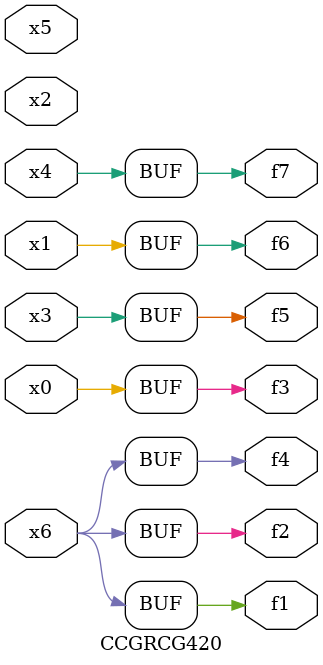
<source format=v>
module CCGRCG420(
	input x0, x1, x2, x3, x4, x5, x6,
	output f1, f2, f3, f4, f5, f6, f7
);
	assign f1 = x6;
	assign f2 = x6;
	assign f3 = x0;
	assign f4 = x6;
	assign f5 = x3;
	assign f6 = x1;
	assign f7 = x4;
endmodule

</source>
